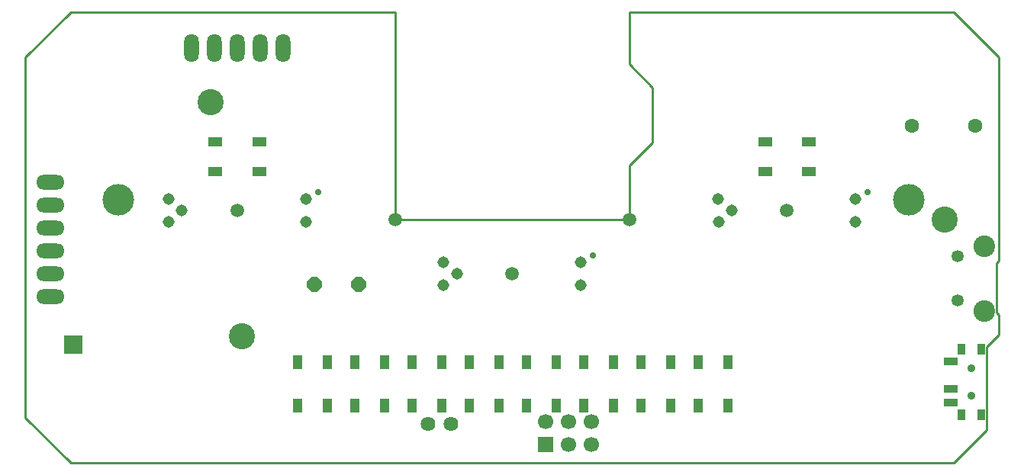
<source format=gbr>
%TF.GenerationSoftware,KiCad,Pcbnew,9.0.2*%
%TF.CreationDate,2025-07-03T15:48:42+01:00*%
%TF.ProjectId,FED3,46454433-2e6b-4696-9361-645f70636258,rev?*%
%TF.SameCoordinates,Original*%
%TF.FileFunction,Soldermask,Bot*%
%TF.FilePolarity,Negative*%
%FSLAX46Y46*%
G04 Gerber Fmt 4.6, Leading zero omitted, Abs format (unit mm)*
G04 Created by KiCad (PCBNEW 9.0.2) date 2025-07-03 15:48:42*
%MOMM*%
%LPD*%
G01*
G04 APERTURE LIST*
G04 Aperture macros list*
%AMRoundRect*
0 Rectangle with rounded corners*
0 $1 Rounding radius*
0 $2 $3 $4 $5 $6 $7 $8 $9 X,Y pos of 4 corners*
0 Add a 4 corners polygon primitive as box body*
4,1,4,$2,$3,$4,$5,$6,$7,$8,$9,$2,$3,0*
0 Add four circle primitives for the rounded corners*
1,1,$1+$1,$2,$3*
1,1,$1+$1,$4,$5*
1,1,$1+$1,$6,$7*
1,1,$1+$1,$8,$9*
0 Add four rect primitives between the rounded corners*
20,1,$1+$1,$2,$3,$4,$5,0*
20,1,$1+$1,$4,$5,$6,$7,0*
20,1,$1+$1,$6,$7,$8,$9,0*
20,1,$1+$1,$8,$9,$2,$3,0*%
%AMFreePoly0*
4,1,17,0.351552,0.797921,0.797921,0.351552,0.812800,0.315631,0.812800,-0.315631,0.797921,-0.351552,0.351552,-0.797921,0.315631,-0.812800,-0.315631,-0.812800,-0.351552,-0.797921,-0.797921,-0.351552,-0.812800,-0.315631,-0.812800,0.315631,-0.797921,0.351552,-0.351552,0.797921,-0.315631,0.812800,0.315631,0.812800,0.351552,0.797921,0.351552,0.797921,$1*%
G04 Aperture macros list end*
%ADD10C,3.500000*%
%ADD11O,3.149600X1.625600*%
%ADD12R,2.000000X2.000000*%
%ADD13R,1.700000X1.700000*%
%ADD14C,1.700000*%
%ADD15C,2.900000*%
%ADD16C,1.500000*%
%ADD17O,1.625600X3.149600*%
%ADD18C,1.600000*%
%ADD19RoundRect,0.050800X0.750000X0.450000X-0.750000X0.450000X-0.750000X-0.450000X0.750000X-0.450000X0*%
%ADD20RoundRect,0.050800X-0.450000X0.750000X-0.450000X-0.750000X0.450000X-0.750000X0.450000X0.750000X0*%
%ADD21C,0.900000*%
%ADD22RoundRect,0.050800X-0.750000X0.350000X-0.750000X-0.350000X0.750000X-0.350000X0.750000X0.350000X0*%
%ADD23RoundRect,0.050800X0.400000X0.500000X-0.400000X0.500000X-0.400000X-0.500000X0.400000X-0.500000X0*%
%ADD24C,0.700000*%
%ADD25C,1.309600*%
%ADD26C,1.625600*%
%ADD27FreePoly0,180.000000*%
%ADD28C,1.351600*%
%ADD29C,2.401600*%
%TA.AperFunction,Profile*%
%ADD30C,0.250000*%
%TD*%
G04 APERTURE END LIST*
D10*
%TO.C,*%
X192545100Y-100793600D03*
%TD*%
D11*
%TO.C,SCREEN0*%
X97251100Y-98903600D03*
X97251100Y-101443600D03*
X97251100Y-103983600D03*
X97251100Y-106523600D03*
X97251100Y-109063600D03*
X97251100Y-111603600D03*
%TD*%
D12*
%TO.C,TP5*%
X99800000Y-116900000D03*
%TD*%
D13*
%TO.C,J1*%
X152175000Y-128015000D03*
D14*
X152175000Y-125475000D03*
X154715000Y-128015000D03*
X154715000Y-125475000D03*
X157255000Y-128015000D03*
X157255000Y-125475000D03*
%TD*%
D15*
%TO.C,@HOLE1*%
X196501100Y-103003600D03*
%TD*%
D16*
%TO.C,@HOLE2*%
X161501100Y-103003600D03*
%TD*%
%TO.C,@HOLE2*%
X135501100Y-103003600D03*
%TD*%
D15*
%TO.C,@HOLE6*%
X118501100Y-116003600D03*
%TD*%
D10*
%TO.C,@HOLE5*%
X104788100Y-100793600D03*
%TD*%
D17*
%TO.C,MOTOR0*%
X112921100Y-84003600D03*
X115461100Y-84003600D03*
X118001100Y-84003600D03*
X120541100Y-84003600D03*
X123081100Y-84003600D03*
%TD*%
D18*
%TO.C,EXT0*%
X192844300Y-92614800D03*
X199844300Y-92614800D03*
%TD*%
D15*
%TO.C,@HOLE0*%
X115001100Y-90003600D03*
%TD*%
D19*
%TO.C,LED10*%
X176551100Y-97650400D03*
X176551100Y-94350400D03*
X181451100Y-94350400D03*
X181451100Y-97650400D03*
%TD*%
D20*
%TO.C,LED4*%
X153351900Y-123716000D03*
X150051900Y-123716000D03*
X150051900Y-118816000D03*
X153351900Y-118816000D03*
%TD*%
D21*
%TO.C,SW1*%
X199450000Y-119550000D03*
X199450000Y-122550000D03*
D22*
X197200000Y-118800000D03*
X197200000Y-121800000D03*
X197200000Y-123300000D03*
D23*
X198350000Y-117400000D03*
X200550000Y-117400000D03*
X200550000Y-124700000D03*
X198350000Y-124700000D03*
%TD*%
D19*
%TO.C,LED9*%
X115551100Y-97650400D03*
X115551100Y-94350400D03*
X120451100Y-94350400D03*
X120451100Y-97650400D03*
%TD*%
D20*
%TO.C,LED8*%
X127951900Y-123716000D03*
X124651900Y-123716000D03*
X124651900Y-118816000D03*
X127951900Y-118816000D03*
%TD*%
%TO.C,LED3*%
X159701900Y-123716000D03*
X156401900Y-123716000D03*
X156401900Y-118816000D03*
X159701900Y-118816000D03*
%TD*%
%TO.C,LED1*%
X172401900Y-123716000D03*
X169101900Y-123716000D03*
X169101900Y-118816000D03*
X172401900Y-118816000D03*
%TD*%
D24*
%TO.C,PI3*%
X126951100Y-100003600D03*
D16*
X118001100Y-102003600D03*
D25*
X125601100Y-100763600D03*
X125621100Y-103273600D03*
X110401100Y-103303600D03*
X111851100Y-102003600D03*
X110381100Y-100733600D03*
%TD*%
D24*
%TO.C,PI1*%
X187951100Y-100003600D03*
D16*
X179001100Y-102003600D03*
D25*
X186601100Y-100763600D03*
X186621100Y-103273600D03*
X171401100Y-103303600D03*
X172851100Y-102003600D03*
X171381100Y-100733600D03*
%TD*%
D24*
%TO.C,PI2*%
X157451100Y-107003600D03*
D16*
X148501100Y-109003600D03*
D25*
X156101100Y-107763600D03*
X156121100Y-110273600D03*
X140901100Y-110303600D03*
X142351100Y-109003600D03*
X140881100Y-107733600D03*
%TD*%
D20*
%TO.C,LED2*%
X166051900Y-123716000D03*
X162751900Y-123716000D03*
X162751900Y-118816000D03*
X166051900Y-118816000D03*
%TD*%
%TO.C,LED6*%
X140651900Y-123716000D03*
X137351900Y-123716000D03*
X137351900Y-118816000D03*
X140651900Y-118816000D03*
%TD*%
%TO.C,LED7*%
X134301900Y-123716000D03*
X131001900Y-123716000D03*
X131001900Y-118816000D03*
X134301900Y-118816000D03*
%TD*%
%TO.C,LED5*%
X147001900Y-123716000D03*
X143701900Y-123716000D03*
X143701900Y-118816000D03*
X147001900Y-118816000D03*
%TD*%
D26*
%TO.C,X5*%
X141694300Y-125736400D03*
X139154300Y-125736400D03*
%TD*%
D27*
%TO.C,BZ1*%
X131459200Y-110180000D03*
X126510000Y-110180000D03*
%TD*%
D28*
%TO.C,USB0*%
X197900000Y-111975000D03*
X197900000Y-107125000D03*
D29*
X200900000Y-105950000D03*
X200900000Y-113150000D03*
%TD*%
D30*
X201101100Y-126403600D02*
X201101100Y-117203600D01*
X161501100Y-103003600D02*
X135501100Y-103003600D01*
X161501100Y-80003600D02*
X161501100Y-85751600D01*
X161501100Y-85751600D02*
X164097100Y-88347600D01*
X99501100Y-80003600D02*
X94501100Y-85003600D01*
X202221100Y-107883600D02*
X202501100Y-107603600D01*
X202501100Y-85003600D02*
X197501100Y-80003600D01*
X202221100Y-113323600D02*
X202221100Y-107883600D01*
X202501100Y-107603600D02*
X202501100Y-85003600D01*
X161501100Y-96983600D02*
X161501100Y-103003600D01*
X202501100Y-113603600D02*
X202221100Y-113323600D01*
X135501100Y-103003600D02*
X135501100Y-80003600D01*
X94501100Y-125003600D02*
X99501100Y-130003600D01*
X164097100Y-88347600D02*
X164097100Y-94443600D01*
X197501100Y-130003600D02*
X201101100Y-126403600D01*
X197501100Y-80003600D02*
X161501100Y-80003600D01*
X202501100Y-115803600D02*
X202501100Y-113603600D01*
X94501100Y-85003600D02*
X94501100Y-125003600D01*
X99501100Y-130003600D02*
X197501100Y-130003600D01*
X164097100Y-94443600D02*
X161501100Y-96983600D01*
X201101100Y-117203600D02*
X202501100Y-115803600D01*
X135501100Y-80003600D02*
X99501100Y-80003600D01*
M02*

</source>
